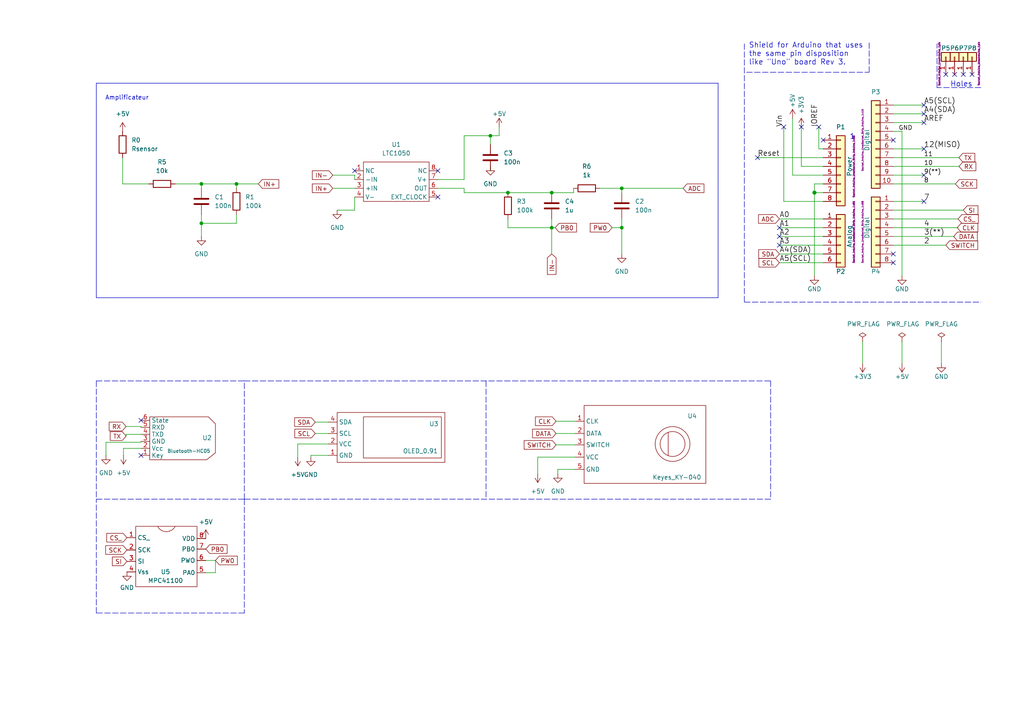
<source format=kicad_sch>
(kicad_sch (version 20211123) (generator eeschema)
  (paper "A4")
  (title_block (title "Schéma Shield Arduino") (date "lun. 30 mars 2015") (company "INSA Toulouse"))
  (lib_symbols
    (symbol "Connector_Generic:Conn_01x01" (pin_names (offset 1.016) hide)
      (property "Reference" "J" (at 0 2.54 0))
      (property "Value" "Conn_01x01" (at 0 -2.54 0))
      (symbol "Conn_01x01_1_1"
        (rectangle (start -1.27 0.127) (end 0 -0.127) (stroke (width 0.1524)))
        (rectangle (start -1.27 1.27) (end 1.27 -1.27) (stroke (width 0.254)) (fill (type background)))
        (pin passive line (at -5.08 0 0) (length 3.81) (name "Pin_1") (number "1"))
      )
    )
    (symbol "Connector_Generic:Conn_01x06" (pin_names (offset 1.016) hide)
      (property "Reference" "J" (at 0 7.62 0))
      (property "Value" "Conn_01x06" (at 0 -10.16 0))
      (symbol "Conn_01x06_1_1"
        (rectangle (start -1.27 -7.493) (end 0 -7.747) (stroke (width 0.1524)))
        (rectangle (start -1.27 -4.953) (end 0 -5.207) (stroke (width 0.1524)))
        (rectangle (start -1.27 -2.413) (end 0 -2.667) (stroke (width 0.1524)))
        (rectangle (start -1.27 0.127) (end 0 -0.127) (stroke (width 0.1524)))
        (rectangle (start -1.27 2.667) (end 0 2.413) (stroke (width 0.1524)))
        (rectangle (start -1.27 5.207) (end 0 4.953) (stroke (width 0.1524)))
        (rectangle (start -1.27 6.35) (end 1.27 -8.89) (stroke (width 0.254)) (fill (type background)))
        (pin passive line (at -5.08 5.08 0) (length 3.81) (name "Pin_1") (number "1"))
        (pin passive line (at -5.08 2.54 0) (length 3.81) (name "Pin_2") (number "2"))
        (pin passive line (at -5.08 0 0) (length 3.81) (name "Pin_3") (number "3"))
        (pin passive line (at -5.08 -2.54 0) (length 3.81) (name "Pin_4") (number "4"))
        (pin passive line (at -5.08 -5.08 0) (length 3.81) (name "Pin_5") (number "5"))
        (pin passive line (at -5.08 -7.62 0) (length 3.81) (name "Pin_6") (number "6"))
      )
    )
    (symbol "Connector_Generic:Conn_01x08" (pin_names (offset 1.016) hide)
      (property "Reference" "J" (at 0 10.16 0))
      (property "Value" "Conn_01x08" (at 0 -12.7 0))
      (symbol "Conn_01x08_1_1"
        (rectangle (start -1.27 -10.033) (end 0 -10.287) (stroke (width 0.1524)))
        (rectangle (start -1.27 -7.493) (end 0 -7.747) (stroke (width 0.1524)))
        (rectangle (start -1.27 -4.953) (end 0 -5.207) (stroke (width 0.1524)))
        (rectangle (start -1.27 -2.413) (end 0 -2.667) (stroke (width 0.1524)))
        (rectangle (start -1.27 0.127) (end 0 -0.127) (stroke (width 0.1524)))
        (rectangle (start -1.27 2.667) (end 0 2.413) (stroke (width 0.1524)))
        (rectangle (start -1.27 5.207) (end 0 4.953) (stroke (width 0.1524)))
        (rectangle (start -1.27 7.747) (end 0 7.493) (stroke (width 0.1524)))
        (rectangle (start -1.27 8.89) (end 1.27 -11.43) (stroke (width 0.254)) (fill (type background)))
        (pin passive line (at -5.08 7.62 0) (length 3.81) (name "Pin_1") (number "1"))
        (pin passive line (at -5.08 5.08 0) (length 3.81) (name "Pin_2") (number "2"))
        (pin passive line (at -5.08 2.54 0) (length 3.81) (name "Pin_3") (number "3"))
        (pin passive line (at -5.08 0 0) (length 3.81) (name "Pin_4") (number "4"))
        (pin passive line (at -5.08 -2.54 0) (length 3.81) (name "Pin_5") (number "5"))
        (pin passive line (at -5.08 -5.08 0) (length 3.81) (name "Pin_6") (number "6"))
        (pin passive line (at -5.08 -7.62 0) (length 3.81) (name "Pin_7") (number "7"))
        (pin passive line (at -5.08 -10.16 0) (length 3.81) (name "Pin_8") (number "8"))
      )
    )
    (symbol "Connector_Generic:Conn_01x10" (pin_names (offset 1.016) hide)
      (property "Reference" "J" (at 0 12.7 0))
      (property "Value" "Conn_01x10" (at 0 -15.24 0))
      (symbol "Conn_01x10_1_1"
        (rectangle (start -1.27 -12.573) (end 0 -12.827) (stroke (width 0.1524)))
        (rectangle (start -1.27 -10.033) (end 0 -10.287) (stroke (width 0.1524)))
        (rectangle (start -1.27 -7.493) (end 0 -7.747) (stroke (width 0.1524)))
        (rectangle (start -1.27 -4.953) (end 0 -5.207) (stroke (width 0.1524)))
        (rectangle (start -1.27 -2.413) (end 0 -2.667) (stroke (width 0.1524)))
        (rectangle (start -1.27 0.127) (end 0 -0.127) (stroke (width 0.1524)))
        (rectangle (start -1.27 2.667) (end 0 2.413) (stroke (width 0.1524)))
        (rectangle (start -1.27 5.207) (end 0 4.953) (stroke (width 0.1524)))
        (rectangle (start -1.27 7.747) (end 0 7.493) (stroke (width 0.1524)))
        (rectangle (start -1.27 10.287) (end 0 10.033) (stroke (width 0.1524)))
        (rectangle (start -1.27 11.43) (end 1.27 -13.97) (stroke (width 0.254)) (fill (type background)))
        (pin passive line (at -5.08 10.16 0) (length 3.81) (name "Pin_1") (number "1"))
        (pin passive line (at -5.08 -12.7 0) (length 3.81) (name "Pin_10") (number "10"))
        (pin passive line (at -5.08 7.62 0) (length 3.81) (name "Pin_2") (number "2"))
        (pin passive line (at -5.08 5.08 0) (length 3.81) (name "Pin_3") (number "3"))
        (pin passive line (at -5.08 2.54 0) (length 3.81) (name "Pin_4") (number "4"))
        (pin passive line (at -5.08 0 0) (length 3.81) (name "Pin_5") (number "5"))
        (pin passive line (at -5.08 -2.54 0) (length 3.81) (name "Pin_6") (number "6"))
        (pin passive line (at -5.08 -5.08 0) (length 3.81) (name "Pin_7") (number "7"))
        (pin passive line (at -5.08 -7.62 0) (length 3.81) (name "Pin_8") (number "8"))
        (pin passive line (at -5.08 -10.16 0) (length 3.81) (name "Pin_9") (number "9"))
      )
    )
    (symbol "Device:C" (pin_numbers hide) (pin_names (offset 0.254))
      (property "Reference" "C" (at 0.635 2.54 0))
      (property "Value" "C" (at 0.635 -2.54 0))
      (symbol "C_0_1"
        (polyline (pts (xy -2.032 -0.762) (xy 2.032 -0.762)) (stroke (width 0.508)))
        (polyline (pts (xy -2.032 0.762) (xy 2.032 0.762)) (stroke (width 0.508)))
      )
      (symbol "C_1_1"
        (pin passive line (at 0 3.81 270) (length 2.794) (name "~") (number "1"))
        (pin passive line (at 0 -3.81 90) (length 2.794) (name "~") (number "2"))
      )
    )
    (symbol "Device:R" (pin_numbers hide) (pin_names (offset 0))
      (property "Reference" "R" (at 2.032 0 90))
      (property "Value" "R" (at 0 0 90))
      (symbol "R_0_1"
        (rectangle (start -1.016 -2.54) (end 1.016 2.54) (stroke (width 0.254)))
      )
      (symbol "R_1_1"
        (pin passive line (at 0 3.81 270) (length 1.27) (name "~") (number "1"))
        (pin passive line (at 0 -3.81 90) (length 1.27) (name "~") (number "2"))
      )
    )
    (symbol "SHIELD_Library:Bluetooth-HC05"
      (property "Reference" "U" (at 0 0 0))
      (property "Value" "Bluetooth-HC05" (at -5.08 -7.874 0))
      (symbol "Bluetooth-HC05_0_1"
        (polyline (pts (xy 5.842 -1.27) (xy -10.16 -1.27) (xy -12.7 -3.302) (xy -12.7 -11.684) (xy -10.668 -13.716) (xy 6.35 -13.716) (xy 6.35 -1.27) (xy 5.842 -1.27)))
      )
      (symbol "Bluetooth-HC05_1_1"
        (pin input line (at 8.89 -2.54 180) (length 2.54) (name "Key") (number "1"))
        (pin power_in line (at 8.89 -4.572 180) (length 2.54) (name "Vcc") (number "2"))
        (pin input line (at 8.89 -6.604 180) (length 2.54) (name "GND") (number "3"))
        (pin output line (at 8.89 -8.636 180) (length 2.54) (name "TXD") (number "4"))
        (pin input line (at 8.89 -10.668 180) (length 2.54) (name "RXD") (number "5"))
        (pin output line (at 8.89 -12.7 180) (length 2.54) (name "State") (number "6"))
      )
    )
    (symbol "SHIELD_Library:Keyes_KY-040"
      (property "Reference" "U" (at -16.764 3.048 0))
      (property "Value" "Keyes_KY-040" (at -8.636 8.89 0))
      (symbol "Keyes_KY-040_0_1"
        (rectangle (start -35.306 11.684) (end 0 -10.922))
        (circle (center -9.652 0.508) (radius 3.61))
        (circle (center -9.652 0.508) (radius 5.0418))
        (polyline (pts (xy -10.922 3.81) (xy -10.922 -2.794)))
      )
      (symbol "Keyes_KY-040_1_1"
        (pin input line (at -37.846 7.112 0) (length 2.54) (name "CLK") (number "1"))
        (pin input line (at -37.846 3.556 0) (length 2.54) (name "DATA") (number "2"))
        (pin input line (at -37.846 0.254 0) (length 2.54) (name "SWITCH") (number "3"))
        (pin input line (at -37.846 -3.302 0) (length 2.54) (name "VCC") (number "4"))
        (pin input line (at -37.846 -6.858 0) (length 2.54) (name "GND") (number "5"))
      )
    )
    (symbol "SHIELD_Library:LTC1050"
      (property "Reference" "U" (at 5.08 -3.81 0))
      (property "Value" "LTC1050" (at 0 -3.81 0))
      (symbol "LTC1050_0_1"
        (rectangle (start -8.89 -5.08) (end 10.16 -16.51))
      )
      (symbol "LTC1050_1_1"
        (pin input line (at -11.43 -7.62 0) (length 2.54) (name "NC") (number "1"))
        (pin input line (at -11.43 -10.16 0) (length 2.54) (name "-IN") (number "2"))
        (pin input line (at -11.43 -12.7 0) (length 2.54) (name "+IN") (number "3"))
        (pin input line (at -11.43 -15.24 0) (length 2.54) (name "V-") (number "4"))
        (pin input line (at 12.7 -15.24 180) (length 2.54) (name "EXT_CLOCK") (number "5"))
        (pin output line (at 12.7 -12.7 180) (length 2.54) (name "OUT") (number "6"))
        (pin input line (at 12.7 -10.16 180) (length 2.54) (name "V+") (number "7"))
        (pin input line (at 12.7 -7.62 180) (length 2.54) (name "NC") (number "8"))
      )
    )
    (symbol "SHIELD_Library:MPC41100"
      (property "Reference" "U5" (at 0 8.8392 0))
      (property "Value" "MPC41100" (at 0 6.2992 0))
      (symbol "MPC41100_0_1"
        (rectangle (start -8.89 3.556) (end 8.89 -13.97))
        (arc (start -2.54 3.556) (mid 0 2.0056) (end 2.54 3.556))
      )
      (symbol "MPC41100_1_1"
        (pin input line (at -11.43 0.254 0) (length 2.54) (name "CS_") (number "1"))
        (pin input line (at -11.43 -3.302 0) (length 2.54) (name "SCK") (number "2"))
        (pin input line (at -11.43 -6.604 0) (length 2.54) (name "SI") (number "3"))
        (pin input line (at -11.43 -9.652 0) (length 2.54) (name "Vss") (number "4"))
        (pin bidirectional line (at 11.43 -9.906 180) (length 2.54) (name "PA0") (number "5"))
        (pin bidirectional line (at 11.43 -6.35 180) (length 2.54) (name "PWO") (number "6"))
        (pin bidirectional line (at 11.43 -3.048 180) (length 2.54) (name "PB0") (number "7"))
        (pin input line (at 11.43 0 180) (length 2.54) (name "VDD") (number "8"))
      )
    )
    (symbol "SHIELD_Library:OLED_0.91"
      (property "Reference" "U" (at -11.684 2.032 0))
      (property "Value" "OLED_0.91" (at -0.508 1.778 0))
      (symbol "OLED_0.91_0_1"
        (rectangle (start -24.13 9.144) (end 7.112 -5.334))
        (rectangle (start -16.51 7.874) (end 6.096 -4.064))
      )
      (symbol "OLED_0.91_1_1"
        (pin input line (at -26.67 -3.302 0) (length 2.54) (name "GND") (number "1"))
        (pin input line (at -26.67 0 0) (length 2.54) (name "VCC") (number "2"))
        (pin input line (at -26.67 3.048 0) (length 2.54) (name "SCL") (number "3"))
        (pin input line (at -26.67 6.35 0) (length 2.54) (name "SDA") (number "4"))
      )
    )
    (symbol "power:+3.3V" (power) (pin_names (offset 0))
      (property "Value" "+3.3V" (at 0 3.556 0))
      (symbol "+3.3V_0_1"
        (polyline (pts (xy -0.762 1.27) (xy 0 2.54)))
        (polyline (pts (xy 0 0) (xy 0 2.54)))
        (polyline (pts (xy 0 2.54) (xy 0.762 1.27)))
      )
      (symbol "+3.3V_1_1"
        (pin power_in line (at 0 0 90) (length 0) hide (name "+3V3") (number "1"))
      )
    )
    (symbol "power:+5V" (power) (pin_names (offset 0))
      (property "Value" "+5V" (at 0 3.556 0))
      (symbol "+5V_0_1"
        (polyline (pts (xy -0.762 1.27) (xy 0 2.54)))
        (polyline (pts (xy 0 0) (xy 0 2.54)))
        (polyline (pts (xy 0 2.54) (xy 0.762 1.27)))
      )
      (symbol "+5V_1_1"
        (pin power_in line (at 0 0 90) (length 0) hide (name "+5V") (number "1"))
      )
    )
    (symbol "power:GND" (power) (pin_names (offset 0))
      (property "Value" "GND" (at 0 -3.81 0))
      (symbol "GND_0_1"
        (polyline (pts (xy 0 0) (xy 0 -1.27) (xy 1.27 -1.27) (xy 0 -2.54) (xy -1.27 -1.27) (xy 0 -1.27)))
      )
      (symbol "GND_1_1"
        (pin power_in line (at 0 0 270) (length 0) hide (name "GND") (number "1"))
      )
    )
    (symbol "power:PWR_FLAG" (power) (pin_numbers hide) (pin_names (offset 0) hide)
      (property "Value" "PWR_FLAG" (at 0 3.81 0))
      (symbol "PWR_FLAG_0_0"
        (pin power_out line (at 0 0 90) (length 0) (name "pwr") (number "1"))
      )
      (symbol "PWR_FLAG_0_1"
        (polyline (pts (xy 0 0) (xy 0 1.27) (xy -1.016 1.905) (xy 0 2.54) (xy 1.016 1.905) (xy 0 1.27)))
      )
    )
  )
  (junction (at 180.34 66.04))
  (junction (at 147.32 55.88))
  (junction (at 58.42 64.77))
  (junction (at 68.58 53.34))
  (junction (at 142.24 39.37))
  (junction (at 160.02 66.04))
  (junction (at 180.34 54.61))
  (junction (at 236.22 55.88) (diameter 1.016))
  (junction (at 160.02 55.88))
  (junction (at 58.42 53.34))
  (no_connect (at 267.97 50.8))
  (no_connect (at 267.97 33.02))
  (no_connect (at 267.97 30.48))
  (no_connect (at 267.97 43.18))
  (no_connect (at 267.97 35.56))
  (no_connect (at 279.4 21.59))
  (no_connect (at 259.08 40.64))
  (no_connect (at 274.32 21.59))
  (no_connect (at 127 57.15))
  (no_connect (at 267.97 58.42))
  (no_connect (at 226.06 66.04))
  (no_connect (at 226.06 68.58))
  (no_connect (at 226.06 71.12))
  (no_connect (at 276.86 21.59))
  (no_connect (at 281.94 21.59))
  (no_connect (at 238.76 40.64))
  (no_connect (at 259.08 73.66))
  (no_connect (at 259.08 76.2))
  (no_connect (at 219.71 45.72))
  (no_connect (at 237.49 36.83))
  (no_connect (at 232.41 36.83))
  (no_connect (at 227.33 36.83))
  (no_connect (at 40.894 132.08))
  (no_connect (at 40.894 121.92))
  (no_connect (at 102.87 49.53))
  (no_connect (at 127 49.53))
  (wire (pts (xy 250.19 105.41) (xy 250.19 99.06)))
  (wire (pts (xy 259.08 48.26) (xy 278.13 48.26)))
  (wire (pts (xy 238.76 48.26) (xy 232.41 48.26)))
  (wire (pts (xy 59.69 166.116) (xy 62.484 166.116)))
  (wire (pts (xy 238.76 71.12) (xy 226.06 71.12)))
  (wire (pts (xy 161.29 122.174) (xy 166.878 122.174)))
  (wire (pts (xy 35.814 132.08) (xy 35.814 130.048)))
  (wire (pts (xy 40.894 128.27) (xy 40.894 128.016)))
  (polyline (pts (xy 252.095 20.955) (xy 252.095 12.065)) (stroke (width 0) (type dash)))
  (wire (pts (xy 134.62 55.88) (xy 147.32 55.88)))
  (polyline (pts (xy 27.94 177.8) (xy 27.94 144.78)))
  (wire (pts (xy 134.62 54.61) (xy 134.62 55.88)))
  (wire (pts (xy 144.78 39.37) (xy 144.78 36.83)))
  (polyline (pts (xy 70.866 110.49) (xy 223.52 110.49)))
  (wire (pts (xy 127 54.61) (xy 134.62 54.61)))
  (wire (pts (xy 35.814 130.048) (xy 40.894 130.048)))
  (wire (pts (xy 97.79 60.96) (xy 102.87 60.96)))
  (polyline (pts (xy 27.94 110.49) (xy 27.94 144.78)))
  (wire (pts (xy 102.87 60.96) (xy 102.87 57.15)))
  (wire (pts (xy 58.42 53.34) (xy 58.42 54.61)))
  (polyline (pts (xy 70.866 144.78) (xy 70.866 177.8)))
  (wire (pts (xy 259.08 60.96) (xy 279.4 60.96)))
  (wire (pts (xy 236.22 53.34) (xy 236.22 55.88)))
  (wire (pts (xy 259.08 43.18) (xy 267.97 43.18)))
  (wire (pts (xy 261.62 38.1) (xy 261.62 80.01)))
  (wire (pts (xy 142.24 49.53) (xy 142.24 48.26)))
  (wire (pts (xy 238.76 53.34) (xy 236.22 53.34)))
  (polyline (pts (xy 70.866 144.78) (xy 70.866 110.49)))
  (wire (pts (xy 147.32 55.88) (xy 160.02 55.88)))
  (wire (pts (xy 160.02 66.04) (xy 160.02 73.66)))
  (wire (pts (xy 259.08 53.34) (xy 277.114 53.34)))
  (wire (pts (xy 237.49 43.18) (xy 238.76 43.18)))
  (wire (pts (xy 238.76 50.8) (xy 229.87 50.8)))
  (wire (pts (xy 155.956 132.588) (xy 155.956 137.414)))
  (polyline (pts (xy 208.28 24.13) (xy 208.28 86.36)) (stroke (width 0) (type solid)))
  (polyline (pts (xy 27.94 110.49) (xy 71.12 110.49)))
  (wire (pts (xy 50.8 53.34) (xy 58.42 53.34)))
  (polyline (pts (xy 27.94 24.13) (xy 27.94 86.36)) (stroke (width 0) (type solid)))
  (wire (pts (xy 259.08 58.42) (xy 267.97 58.42)))
  (wire (pts (xy 238.76 66.04) (xy 226.06 66.04)))
  (wire (pts (xy 155.956 132.588) (xy 166.878 132.588)))
  (wire (pts (xy 259.08 30.48) (xy 267.97 30.48)))
  (wire (pts (xy 68.58 53.34) (xy 68.58 54.61)))
  (wire (pts (xy 259.08 71.12) (xy 274.32 71.12)))
  (wire (pts (xy 166.878 136.144) (xy 161.798 136.144)))
  (wire (pts (xy 161.29 129.032) (xy 166.878 129.032)))
  (wire (pts (xy 261.62 99.06) (xy 261.62 105.41)))
  (wire (pts (xy 238.76 58.42) (xy 227.33 58.42)))
  (wire (pts (xy 161.798 136.144) (xy 161.798 137.414)))
  (wire (pts (xy 160.02 55.88) (xy 166.37 55.88)))
  (wire (pts (xy 134.62 52.07) (xy 134.62 39.37)))
  (wire (pts (xy 36.576 125.984) (xy 36.576 126.492)))
  (wire (pts (xy 273.05 105.41) (xy 273.05 99.06)))
  (wire (pts (xy 35.56 45.72) (xy 35.56 53.34)))
  (wire (pts (xy 62.484 166.116) (xy 62.484 162.56)))
  (wire (pts (xy 58.42 53.34) (xy 68.58 53.34)))
  (wire (pts (xy 160.02 66.04) (xy 161.036 66.04)))
  (wire (pts (xy 68.58 53.34) (xy 74.93 53.34)))
  (wire (pts (xy 238.76 63.5) (xy 226.06 63.5)))
  (polyline (pts (xy 208.28 86.36) (xy 27.94 86.36)) (stroke (width 0) (type solid)))
  (polyline (pts (xy 70.866 177.8) (xy 27.94 177.8)))
  (wire (pts (xy 68.58 64.77) (xy 68.58 62.23)))
  (wire (pts (xy 177.546 66.04) (xy 180.34 66.04)))
  (wire (pts (xy 238.76 73.66) (xy 226.06 73.66)))
  (polyline (pts (xy 284.48 25.4) (xy 271.78 25.4)) (stroke (width 0) (type dash)))
  (wire (pts (xy 58.42 64.77) (xy 58.42 68.58)))
  (polyline (pts (xy 223.52 110.49) (xy 223.52 144.78)))
  (wire (pts (xy 90.17 132.588) (xy 90.17 132.08)))
  (wire (pts (xy 166.37 55.88) (xy 166.37 54.61)))
  (wire (pts (xy 238.76 45.72) (xy 219.71 45.72)))
  (wire (pts (xy 127 52.07) (xy 134.62 52.07)))
  (wire (pts (xy 259.08 38.1) (xy 261.62 38.1)))
  (wire (pts (xy 238.76 55.88) (xy 236.22 55.88)))
  (wire (pts (xy 259.08 50.8) (xy 267.97 50.8)))
  (wire (pts (xy 86.36 128.778) (xy 95.25 128.778)))
  (wire (pts (xy 180.34 63.5) (xy 180.34 66.04)))
  (wire (pts (xy 160.02 66.04) (xy 147.32 66.04)))
  (wire (pts (xy 36.576 123.698) (xy 40.894 123.698)))
  (wire (pts (xy 236.22 55.88) (xy 236.22 80.01)))
  (wire (pts (xy 142.24 39.37) (xy 142.24 41.91)))
  (wire (pts (xy 134.62 39.37) (xy 142.24 39.37)))
  (wire (pts (xy 227.33 58.42) (xy 227.33 36.83)))
  (wire (pts (xy 259.08 66.04) (xy 277.876 66.04)))
  (polyline (pts (xy 215.9 87.63) (xy 284.48 87.63)) (stroke (width 0) (type dash)))
  (wire (pts (xy 96.52 54.61) (xy 102.87 54.61)))
  (polyline (pts (xy 27.94 24.13) (xy 208.28 24.13)) (stroke (width 0) (type solid)))
  (wire (pts (xy 259.08 68.58) (xy 276.86 68.58)))
  (wire (pts (xy 142.24 39.37) (xy 144.78 39.37)))
  (wire (pts (xy 238.76 76.2) (xy 226.06 76.2)))
  (wire (pts (xy 58.42 64.77) (xy 68.58 64.77)))
  (wire (pts (xy 91.44 122.428) (xy 95.25 122.428)))
  (wire (pts (xy 30.734 132.08) (xy 30.734 128.27)))
  (polyline (pts (xy 271.78 25.4) (xy 271.78 12.7)) (stroke (width 0) (type dash)))
  (wire (pts (xy 30.734 128.27) (xy 40.894 128.27)))
  (wire (pts (xy 259.08 63.5) (xy 277.876 63.5)))
  (wire (pts (xy 259.08 45.72) (xy 278.13 45.72)))
  (wire (pts (xy 229.87 50.8) (xy 229.87 34.29)))
  (wire (pts (xy 160.02 63.5) (xy 160.02 66.04)))
  (wire (pts (xy 161.29 125.73) (xy 166.878 125.73)))
  (wire (pts (xy 86.36 132.588) (xy 86.36 128.778)))
  (wire (pts (xy 259.08 33.02) (xy 267.97 33.02)))
  (wire (pts (xy 180.34 54.61) (xy 198.12 54.61)))
  (wire (pts (xy 147.32 63.5) (xy 147.32 66.04)))
  (wire (pts (xy 259.08 35.56) (xy 267.97 35.56)))
  (wire (pts (xy 173.99 54.61) (xy 180.34 54.61)))
  (wire (pts (xy 35.56 53.34) (xy 43.18 53.34)))
  (polyline (pts (xy 215.9 12.7) (xy 215.9 87.63)) (stroke (width 0) (type dash)))
  (wire (pts (xy 91.44 125.73) (xy 95.25 125.73)))
  (wire (pts (xy 40.894 125.984) (xy 36.576 125.984)))
  (polyline (pts (xy 27.94 144.78) (xy 70.866 144.78)))
  (wire (pts (xy 62.484 162.56) (xy 59.69 162.56)))
  (wire (pts (xy 232.41 48.26) (xy 232.41 36.83)))
  (wire (pts (xy 237.49 36.83) (xy 237.49 43.18)))
  (wire (pts (xy 90.17 132.08) (xy 95.25 132.08)))
  (wire (pts (xy 96.52 50.8) (xy 102.87 50.8)))
  (wire (pts (xy 40.894 123.698) (xy 40.894 123.952)))
  (polyline (pts (xy 140.97 110.49) (xy 140.97 144.78)))
  (polyline (pts (xy 223.52 144.78) (xy 70.866 144.78)))
  (wire (pts (xy 180.34 54.61) (xy 180.34 55.88)))
  (wire (pts (xy 102.87 50.8) (xy 102.87 52.07)))
  (wire (pts (xy 58.42 62.23) (xy 58.42 64.77)))
  (wire (pts (xy 238.76 68.58) (xy 226.06 68.58)))
  (wire (pts (xy 180.34 66.04) (xy 180.34 73.66)))
  (polyline (pts (xy 216.535 20.955) (xy 252.095 20.955)) (stroke (width 0) (type dash)))
  (text "Holes" (at 275.59 25.4 0) (effects (font (size 1.524 1.524)) (justify left bottom)))
  (text "Shield for Arduino that uses\nthe same pin disposition\nlike \"Uno\" board Rev 3." (at 217.17 19.05 0) (effects (font (size 1.524 1.524)) (justify left bottom)))
  (text "1" (at 246.38 40.64 0) (effects (font (size 1.524 1.524)) (justify left bottom)))
  (text "Amplificateur\n" (at 30.48 29.21 0) (effects (font (size 1.27 1.27)) (justify left bottom)))
  (label "Vin" (at 227.33 36.83 90) (effects (font (size 1.524 1.524))))
  (label "A4(SDA)" (at 226.06 73.66 0) (effects (font (size 1.524 1.524))))
  (label "11" (at 267.97 45.72 0))
  (label "8" (at 267.97 53.34 0))
  (label "4" (at 267.97 66.04 0) (effects (font (size 1.524 1.524))))
  (label "A2" (at 226.06 68.58 0) (effects (font (size 1.524 1.524))))
  (label "A5(SCL)" (at 226.06 76.2 0) (effects (font (size 1.524 1.524))))
  (label "9(**)" (at 267.97 50.8 0))
  (label "A0" (at 226.06 63.5 0) (effects (font (size 1.524 1.524))))
  (label "A1" (at 226.06 66.04 0) (effects (font (size 1.524 1.524))))
  (label "10" (at 267.97 48.26 0))
  (label "GND" (at 260.604 38.1 0))
  (label "7" (at 267.97 58.42 0) (effects (font (size 1.524 1.524))))
  (label "A4(SDA)" (at 267.97 33.02 0) (effects (font (size 1.524 1.524))))
  (label "A3" (at 226.06 71.12 0) (effects (font (size 1.524 1.524))))
  (label "Reset" (at 219.71 45.72 0) (effects (font (size 1.524 1.524))))
  (label "2" (at 267.97 71.12 0) (effects (font (size 1.524 1.524))))
  (label "12(MISO)" (at 267.97 43.18 0) (effects (font (size 1.524 1.524))))
  (label "3(**)" (at 267.97 68.58 0) (effects (font (size 1.524 1.524))))
  (label "A5(SCL)" (at 267.97 30.48 0) (effects (font (size 1.524 1.524))))
  (label "IOREF" (at 237.49 36.83 90) (effects (font (size 1.524 1.524))))
  (label "AREF" (at 267.97 35.56 0) (effects (font (size 1.524 1.524))))
  (global_label "PW0" (shape input) (at 62.484 162.56 0) (property "Intersheet References" "${INTERSHEET_REFS}" (effects hide)))
  (global_label "CS_" (shape input) (at 36.83 155.956 180) (property "Intersheet References" "${INTERSHEET_REFS}" (effects hide)))
  (global_label "SI" (shape input) (at 36.83 162.814 180) (property "Intersheet References" "${INTERSHEET_REFS}" (effects hide)))
  (global_label "RX" (shape input) (at 278.13 48.26 0) (property "Intersheet References" "${INTERSHEET_REFS}" (effects hide)))
  (global_label "SDA" (shape input) (at 226.06 73.66 180) (property "Intersheet References" "${INTERSHEET_REFS}" (effects hide)))
  (global_label "SCK" (shape input) (at 277.114 53.34 0) (property "Intersheet References" "${INTERSHEET_REFS}" (effects hide)))
  (global_label "DATA" (shape input) (at 276.606 68.58 0) (property "Intersheet References" "${INTERSHEET_REFS}" (effects hide)))
  (global_label "IN-" (shape input) (at 160.02 73.66 270) (property "Intersheet References" "${INTERSHEET_REFS}" (effects hide)))
  (global_label "ADC" (shape input) (at 198.12 54.61 0) (property "Intersheet References" "${INTERSHEET_REFS}" (effects hide)))
  (global_label "IN+" (shape input) (at 96.52 54.61 180) (property "Intersheet References" "${INTERSHEET_REFS}" (effects hide)))
  (global_label "SWITCH" (shape input) (at 274.32 71.12 0) (property "Intersheet References" "${INTERSHEET_REFS}" (effects hide)))
  (global_label "CLK" (shape input) (at 277.622 66.04 0) (property "Intersheet References" "${INTERSHEET_REFS}" (effects hide)))
  (global_label "IN-" (shape input) (at 96.52 50.8 180) (property "Intersheet References" "${INTERSHEET_REFS}" (effects hide)))
  (global_label "PW0" (shape input) (at 177.546 66.04 180) (property "Intersheet References" "${INTERSHEET_REFS}" (effects hide)))
  (global_label "TX" (shape input) (at 36.576 126.492 180) (property "Intersheet References" "${INTERSHEET_REFS}" (effects hide)))
  (global_label "SDA" (shape input) (at 91.44 122.428 180) (property "Intersheet References" "${INTERSHEET_REFS}" (effects hide)))
  (global_label "SI" (shape input) (at 279.4 60.96 0) (property "Intersheet References" "${INTERSHEET_REFS}" (effects hide)))
  (global_label "SWITCH" (shape input) (at 161.29 129.032 180) (property "Intersheet References" "${INTERSHEET_REFS}" (effects hide)))
  (global_label "CS_" (shape input) (at 277.876 63.5 0) (property "Intersheet References" "${INTERSHEET_REFS}" (effects hide)))
  (global_label "DATA" (shape input) (at 161.29 125.73 180) (property "Intersheet References" "${INTERSHEET_REFS}" (effects hide)))
  (global_label "ADC" (shape input) (at 226.06 63.5 180) (property "Intersheet References" "${INTERSHEET_REFS}" (effects hide)))
  (global_label "PB0" (shape input) (at 161.036 66.04 0) (property "Intersheet References" "${INTERSHEET_REFS}" (effects hide)))
  (global_label "SCK" (shape input) (at 36.83 159.512 180) (property "Intersheet References" "${INTERSHEET_REFS}" (effects hide)))
  (global_label "CLK" (shape input) (at 161.29 122.174 180) (property "Intersheet References" "${INTERSHEET_REFS}" (effects hide)))
  (global_label "SCL" (shape input) (at 91.44 125.73 180) (property "Intersheet References" "${INTERSHEET_REFS}" (effects hide)))
  (global_label "RX" (shape input) (at 36.576 123.698 180) (property "Intersheet References" "${INTERSHEET_REFS}" (effects hide)))
  (global_label "PB0" (shape input) (at 59.69 159.258 0) (property "Intersheet References" "${INTERSHEET_REFS}" (effects hide)))
  (global_label "SCL" (shape input) (at 226.06 76.2 180) (property "Intersheet References" "${INTERSHEET_REFS}" (effects hide)))
  (global_label "TX" (shape input) (at 278.13 45.72 0) (property "Intersheet References" "${INTERSHEET_REFS}" (effects hide)))
  (global_label "IN+" (shape input) (at 74.93 53.34 0) (property "Intersheet References" "${INTERSHEET_REFS}" (effects hide)))
  (symbol (lib_id "Connector_Generic:Conn_01x08") (at 243.84 48.26 0) (unit 1)
    (property "Reference" "P1" (at 243.84 36.83 0))
    (property "Value" "Power" (at 246.38 48.26 90))
    (property "Footprint" "Socket_Arduino_Uno:Socket_Strip_Arduino_1x08" (at 247.65 48.26 90) (effects (font (size 0.508 0.508))))
  )
  (symbol (lib_id "power:+3.3V") (at 232.41 36.83 0) (unit 1)
    (property "Reference" "#PWR01" (effects hide))
    (property "Value" "+3.3V" (at 232.41 30.48 90))
  )
  (symbol (lib_id "power:+5V") (at 229.87 34.29 0) (unit 1)
    (property "Reference" "#PWR02" (effects hide))
    (property "Value" "+5V" (at 229.87 29.21 90))
  )
  (symbol (lib_id "power:GND") (at 236.22 80.01 0) (unit 1)
    (property "Reference" "#PWR03" (effects hide))
    (property "Value" "GND" (at 236.22 83.82 0))
  )
  (symbol (lib_id "power:GND") (at 261.62 80.01 0) (unit 1)
    (property "Reference" "#PWR04" (effects hide))
    (property "Value" "GND" (at 261.62 83.82 0))
  )
  (symbol (lib_id "Connector_Generic:Conn_01x06") (at 243.84 68.58 0) (unit 1)
    (property "Reference" "P2" (at 243.84 78.74 0))
    (property "Value" "Analog" (at 246.38 68.58 90))
    (property "Footprint" "Socket_Arduino_Uno:Socket_Strip_Arduino_1x06" (at 247.65 67.31 90) (effects (font (size 0.508 0.508))))
  )
  (symbol (lib_id "Connector_Generic:Conn_01x01") (at 274.32 16.51 90) (unit 1)
    (property "Reference" "P5" (at 274.32 13.97 90))
    (property "Value" "CONN_01X01" (effects hide))
    (property "Footprint" "Socket_Arduino_Uno:Arduino_1pin" (at 272.4404 18.5166 0) (effects (font (size 0.508 0.508))))
  )
  (symbol (lib_id "Connector_Generic:Conn_01x01") (at 276.86 16.51 90) (unit 1)
    (property "Reference" "P6" (at 276.86 13.97 90))
    (property "Value" "CONN_01X01" (effects hide))
    (property "Footprint" "Socket_Arduino_Uno:Arduino_1pin" (effects hide))
  )
  (symbol (lib_id "Connector_Generic:Conn_01x01") (at 279.4 16.51 90) (unit 1)
    (property "Reference" "P7" (at 279.4 13.97 90))
    (property "Value" "CONN_01X01" (effects hide))
    (property "Footprint" "Socket_Arduino_Uno:Arduino_1pin" (effects hide))
  )
  (symbol (lib_id "Connector_Generic:Conn_01x01") (at 281.94 16.51 90) (unit 1)
    (property "Reference" "P8" (at 281.94 13.97 90))
    (property "Value" "CONN_01X01" (effects hide))
    (property "Footprint" "Socket_Arduino_Uno:Arduino_1pin" (at 283.9212 18.4404 0) (effects (font (size 0.508 0.508))))
  )
  (symbol (lib_id "Connector_Generic:Conn_01x08") (at 254 66.04 0) (mirror y) (unit 1)
    (property "Reference" "P4" (at 254 78.74 0))
    (property "Value" "Digital" (at 251.46 66.04 90))
    (property "Footprint" "Socket_Arduino_Uno:Socket_Strip_Arduino_1x08" (at 250.19 67.31 90) (effects (font (size 0.508 0.508))))
  )
  (symbol (lib_id "Connector_Generic:Conn_01x10") (at 254 40.64 0) (mirror y) (unit 1)
    (property "Reference" "P3" (at 254 26.67 0))
    (property "Value" "Digital" (at 251.46 40.64 90))
    (property "Footprint" "Socket_Arduino_Uno:Socket_Strip_Arduino_1x10" (at 250.19 40.64 90) (effects (font (size 0.508 0.508))))
  )
  (symbol (lib_id "power:+5V") (at 86.36 132.588 180) (unit 1)
    (property "Reference" "#PWR0109" (effects hide))
    (property "Value" "+5V" (at 86.36 137.668 0))
  )
  (symbol (lib_id "power:+5V") (at 59.69 156.21 0) (unit 1)
    (property "Reference" "#PWR0113" (effects hide))
    (property "Value" "+5V" (at 59.69 151.384 0))
  )
  (symbol (lib_id "Device:C") (at 160.02 59.69 0) (unit 1)
    (property "Reference" "C4" (at 163.83 58.4199 0) (effects (justify left)))
    (property "Value" "1u" (at 163.83 60.9599 0) (effects (justify left)))
    (property "Footprint" "Capacitor_THT:C_Rect_L7.0mm_W4.5mm_P5.00mm" (effects hide))
  )
  (symbol (lib_id "Device:C") (at 142.24 45.72 0) (unit 1)
    (property "Reference" "C3" (at 146.05 44.4499 0) (effects (justify left)))
    (property "Value" "100n" (at 146.05 46.9899 0) (effects (justify left)))
    (property "Footprint" "Capacitor_THT:C_Disc_D4.3mm_W1.9mm_P5.00mm" (effects hide))
  )
  (symbol (lib_id "SHIELD_Library:LTC1050") (at 114.3 41.91 0) (unit 1)
    (property "Reference" "U1" (at 114.935 41.91 0))
    (property "Value" "LTC1050" (at 114.935 44.45 0))
    (property "Footprint" "SHIELD_print_Library:LTC1050" (effects hide))
  )
  (symbol (lib_id "SHIELD_Library:MPC41100") (at 48.26 156.21 0) (unit 1)
    (property "Reference" "U5" (at 48.006 165.862 0))
    (property "Value" "MPC41100" (at 48.006 168.402 0))
    (property "Footprint" "SHIELD_print_Library:MPC41100_FP" (effects hide))
  )
  (symbol (lib_id "SHIELD_Library:Keyes_KY-040") (at 204.724 129.286 0) (unit 1)
    (property "Reference" "U4" (at 199.39 120.65 0) (effects (justify left)))
    (property "Value" "Keyes_KY-040" (at 189.23 138.43 0) (effects (justify left)))
    (property "Footprint" "SHIELD_print_Library:KY-040" (effects hide))
  )
  (symbol (lib_id "power:+5V") (at 35.56 38.1 0) (unit 1)
    (property "Reference" "#PWR0105" (effects hide))
    (property "Value" "+5V" (at 35.56 33.02 0))
  )
  (symbol (lib_id "SHIELD_Library:Bluetooth-HC05") (at 49.784 134.62 180) (unit 1)
    (property "Reference" "U2" (at 58.674 127 0) (effects (justify right)))
    (property "Value" "Bluetooth-HC05" (at 48.514 130.81 0) (effects (font (size 1 1)) (justify right)))
    (property "Footprint" "SHIELD_print_Library:HC-05" (effects hide))
  )
  (symbol (lib_id "power:+5V") (at 261.62 105.41 180) (unit 1)
    (property "Reference" "#PWR0102" (effects hide))
    (property "Value" "+5V" (at 261.62 109.22 0))
  )
  (symbol (lib_id "Device:C") (at 58.42 58.42 0) (unit 1)
    (property "Reference" "C1" (at 62.23 57.1499 0) (effects (justify left)))
    (property "Value" "100n" (at 62.23 59.6899 0) (effects (justify left)))
    (property "Footprint" "Capacitor_THT:C_Disc_D4.3mm_W1.9mm_P5.00mm" (effects hide))
  )
  (symbol (lib_id "power:PWR_FLAG") (at 273.05 99.06 0) (unit 1)
    (property "Reference" "#FLG0103" (effects hide))
    (property "Value" "PWR_FLAG" (at 273.05 93.98 0))
  )
  (symbol (lib_id "power:GND") (at 90.17 132.588 0) (unit 1)
    (property "Reference" "#PWR0110" (effects hide))
    (property "Value" "GND" (at 90.17 137.668 0))
  )
  (symbol (lib_id "Device:R") (at 35.56 41.91 0) (unit 1)
    (property "Reference" "R0" (at 38.1 40.6399 0) (effects (justify left)))
    (property "Value" "Rsensor" (at 38.1 43.1799 0) (effects (justify left)))
  )
  (symbol (lib_id "power:PWR_FLAG") (at 250.19 99.06 0) (unit 1)
    (property "Reference" "#FLG0101" (effects hide))
    (property "Value" "PWR_FLAG" (at 255.27 93.98 0) (effects (justify right)))
  )
  (symbol (lib_id "power:+5V") (at 155.956 137.414 180) (unit 1)
    (property "Reference" "#PWR0107" (effects hide))
    (property "Value" "+5V" (at 155.956 142.494 0))
  )
  (symbol (lib_id "Device:C") (at 180.34 59.69 0) (unit 1)
    (property "Reference" "C2" (at 184.15 58.4199 0) (effects (justify left)))
    (property "Value" "100n" (at 184.15 60.9599 0) (effects (justify left)))
    (property "Footprint" "Capacitor_THT:C_Disc_D7.5mm_W5.0mm_P7.50mm" (effects hide))
  )
  (symbol (lib_id "power:GND") (at 142.24 48.26 0) (unit 1)
    (property "Reference" "#PWR05" (effects hide))
    (property "Value" "GND" (at 142.24 53.34 0))
  )
  (symbol (lib_id "power:GND") (at 273.05 105.41 0) (unit 1)
    (property "Reference" "#PWR0103" (effects hide))
    (property "Value" "GND" (at 273.05 109.22 0))
  )
  (symbol (lib_id "power:+5V") (at 35.814 132.08 180) (unit 1)
    (property "Reference" "#PWR0112" (effects hide))
    (property "Value" "+5V" (at 35.814 137.16 0))
  )
  (symbol (lib_id "power:GND") (at 161.798 137.414 0) (unit 1)
    (property "Reference" "#PWR0108" (effects hide))
    (property "Value" "GND" (at 161.798 142.494 0))
  )
  (symbol (lib_id "Device:R") (at 68.58 58.42 0) (unit 1)
    (property "Reference" "R1" (at 71.12 57.1499 0) (effects (justify left)))
    (property "Value" "100k" (at 71.12 59.6899 0) (effects (justify left)))
    (property "Footprint" "Resistor_THT:R_Axial_DIN0207_L6.3mm_D2.5mm_P7.62mm_Horizontal" (effects hide))
  )
  (symbol (lib_id "power:PWR_FLAG") (at 261.62 99.06 0) (unit 1)
    (property "Reference" "#FLG0102" (effects hide))
    (property "Value" "PWR_FLAG" (at 266.7 93.98 0) (effects (justify right)))
  )
  (symbol (lib_id "power:GND") (at 30.734 132.08 0) (unit 1)
    (property "Reference" "#PWR0111" (effects hide))
    (property "Value" "GND" (at 30.734 137.16 0))
  )
  (symbol (lib_id "Device:R") (at 147.32 59.69 180) (unit 1)
    (property "Reference" "R3" (at 149.86 58.4199 0) (effects (justify right)))
    (property "Value" "100k" (at 149.86 60.9599 0) (effects (justify right)))
    (property "Footprint" "Resistor_THT:R_Axial_DIN0207_L6.3mm_D2.5mm_P7.62mm_Horizontal" (effects hide))
  )
  (symbol (lib_id "power:+3.3V") (at 250.19 105.41 180) (unit 1)
    (property "Reference" "#PWR0101" (effects hide))
    (property "Value" "+3.3V" (at 250.19 109.22 0))
  )
  (symbol (lib_id "Device:R") (at 170.18 54.61 90) (unit 1)
    (property "Reference" "R6" (at 170.18 48.26 90))
    (property "Value" "1k" (at 170.18 50.8 90))
    (property "Footprint" "Resistor_THT:R_Axial_DIN0204_L3.6mm_D1.6mm_P7.62mm_Horizontal" (effects hide))
  )
  (symbol (lib_id "power:+5V") (at 144.78 36.83 0) (unit 1)
    (property "Reference" "#PWR06" (effects hide))
    (property "Value" "+5V" (at 144.78 33.02 0))
  )
  (symbol (lib_id "Device:R") (at 46.99 53.34 90) (unit 1)
    (property "Reference" "R5" (at 46.99 46.99 90))
    (property "Value" "10k" (at 46.99 49.53 90))
    (property "Footprint" "Resistor_THT:R_Axial_DIN0207_L6.3mm_D2.5mm_P7.62mm_Horizontal" (effects hide))
  )
  (symbol (lib_id "power:GND") (at 58.42 68.58 0) (unit 1)
    (property "Reference" "#PWR0104" (effects hide))
    (property "Value" "GND" (at 58.42 73.66 0))
  )
  (symbol (lib_id "SHIELD_Library:OLED_0.91") (at 121.92 128.778 0) (unit 1)
    (property "Reference" "U3" (at 124.46 122.936 0) (effects (justify left)))
    (property "Value" "OLED_0.91" (at 116.84 130.81 0) (effects (justify left)))
    (property "Footprint" "SHIELD_print_Library:SIP-4" (effects hide))
  )
  (symbol (lib_id "power:GND") (at 180.34 73.66 0) (unit 1)
    (property "Reference" "#PWR07" (effects hide))
    (property "Value" "GND" (at 180.34 78.74 0))
  )
  (symbol (lib_id "power:GND") (at 36.83 165.862 0) (unit 1)
    (property "Reference" "#PWR0114" (effects hide))
    (property "Value" "GND" (at 36.83 170.434 0))
  )
  (symbol (lib_id "power:GND") (at 97.79 60.96 0) (unit 1)
    (property "Reference" "#PWR0106" (effects hide))
    (property "Value" "GND" (at 97.79 66.04 0))
  )
)
</source>
